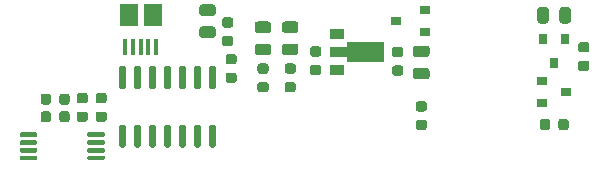
<source format=gtp>
%TF.GenerationSoftware,KiCad,Pcbnew,5.1.9-73d0e3b20d~88~ubuntu20.04.1*%
%TF.CreationDate,2021-04-22T17:18:43+01:00*%
%TF.ProjectId,hat,6861742e-6b69-4636-9164-5f7063625858,rev?*%
%TF.SameCoordinates,Original*%
%TF.FileFunction,Paste,Top*%
%TF.FilePolarity,Positive*%
%FSLAX46Y46*%
G04 Gerber Fmt 4.6, Leading zero omitted, Abs format (unit mm)*
G04 Created by KiCad (PCBNEW 5.1.9-73d0e3b20d~88~ubuntu20.04.1) date 2021-04-22 17:18:43*
%MOMM*%
%LPD*%
G01*
G04 APERTURE LIST*
%ADD10R,0.900000X0.800000*%
%ADD11R,0.800000X0.900000*%
%ADD12C,0.100000*%
%ADD13R,1.300000X0.900000*%
%ADD14R,1.500000X1.900000*%
%ADD15R,0.400000X1.350000*%
G04 APERTURE END LIST*
%TO.C,R9*%
G36*
G01*
X149006250Y-104650000D02*
X148493750Y-104650000D01*
G75*
G02*
X148275000Y-104431250I0J218750D01*
G01*
X148275000Y-103993750D01*
G75*
G02*
X148493750Y-103775000I218750J0D01*
G01*
X149006250Y-103775000D01*
G75*
G02*
X149225000Y-103993750I0J-218750D01*
G01*
X149225000Y-104431250D01*
G75*
G02*
X149006250Y-104650000I-218750J0D01*
G01*
G37*
G36*
G01*
X149006250Y-106225000D02*
X148493750Y-106225000D01*
G75*
G02*
X148275000Y-106006250I0J218750D01*
G01*
X148275000Y-105568750D01*
G75*
G02*
X148493750Y-105350000I218750J0D01*
G01*
X149006250Y-105350000D01*
G75*
G02*
X149225000Y-105568750I0J-218750D01*
G01*
X149225000Y-106006250D01*
G75*
G02*
X149006250Y-106225000I-218750J0D01*
G01*
G37*
%TD*%
%TO.C,R8*%
G36*
G01*
X118856250Y-102550000D02*
X118343750Y-102550000D01*
G75*
G02*
X118125000Y-102331250I0J218750D01*
G01*
X118125000Y-101893750D01*
G75*
G02*
X118343750Y-101675000I218750J0D01*
G01*
X118856250Y-101675000D01*
G75*
G02*
X119075000Y-101893750I0J-218750D01*
G01*
X119075000Y-102331250D01*
G75*
G02*
X118856250Y-102550000I-218750J0D01*
G01*
G37*
G36*
G01*
X118856250Y-104125000D02*
X118343750Y-104125000D01*
G75*
G02*
X118125000Y-103906250I0J218750D01*
G01*
X118125000Y-103468750D01*
G75*
G02*
X118343750Y-103250000I218750J0D01*
G01*
X118856250Y-103250000D01*
G75*
G02*
X119075000Y-103468750I0J-218750D01*
G01*
X119075000Y-103906250D01*
G75*
G02*
X118856250Y-104125000I-218750J0D01*
G01*
G37*
%TD*%
%TO.C,R1*%
G36*
G01*
X134743750Y-110350000D02*
X135256250Y-110350000D01*
G75*
G02*
X135475000Y-110568750I0J-218750D01*
G01*
X135475000Y-111006250D01*
G75*
G02*
X135256250Y-111225000I-218750J0D01*
G01*
X134743750Y-111225000D01*
G75*
G02*
X134525000Y-111006250I0J218750D01*
G01*
X134525000Y-110568750D01*
G75*
G02*
X134743750Y-110350000I218750J0D01*
G01*
G37*
G36*
G01*
X134743750Y-108775000D02*
X135256250Y-108775000D01*
G75*
G02*
X135475000Y-108993750I0J-218750D01*
G01*
X135475000Y-109431250D01*
G75*
G02*
X135256250Y-109650000I-218750J0D01*
G01*
X134743750Y-109650000D01*
G75*
G02*
X134525000Y-109431250I0J218750D01*
G01*
X134525000Y-108993750D01*
G75*
G02*
X134743750Y-108775000I218750J0D01*
G01*
G37*
%TD*%
%TO.C,D6*%
G36*
G01*
X146700000Y-101956250D02*
X146700000Y-101043750D01*
G75*
G02*
X146943750Y-100800000I243750J0D01*
G01*
X147431250Y-100800000D01*
G75*
G02*
X147675000Y-101043750I0J-243750D01*
G01*
X147675000Y-101956250D01*
G75*
G02*
X147431250Y-102200000I-243750J0D01*
G01*
X146943750Y-102200000D01*
G75*
G02*
X146700000Y-101956250I0J243750D01*
G01*
G37*
G36*
G01*
X144825000Y-101956250D02*
X144825000Y-101043750D01*
G75*
G02*
X145068750Y-100800000I243750J0D01*
G01*
X145556250Y-100800000D01*
G75*
G02*
X145800000Y-101043750I0J-243750D01*
G01*
X145800000Y-101956250D01*
G75*
G02*
X145556250Y-102200000I-243750J0D01*
G01*
X145068750Y-102200000D01*
G75*
G02*
X144825000Y-101956250I0J243750D01*
G01*
G37*
%TD*%
%TO.C,D5*%
G36*
G01*
X117356250Y-101550000D02*
X116443750Y-101550000D01*
G75*
G02*
X116200000Y-101306250I0J243750D01*
G01*
X116200000Y-100818750D01*
G75*
G02*
X116443750Y-100575000I243750J0D01*
G01*
X117356250Y-100575000D01*
G75*
G02*
X117600000Y-100818750I0J-243750D01*
G01*
X117600000Y-101306250D01*
G75*
G02*
X117356250Y-101550000I-243750J0D01*
G01*
G37*
G36*
G01*
X117356250Y-103425000D02*
X116443750Y-103425000D01*
G75*
G02*
X116200000Y-103181250I0J243750D01*
G01*
X116200000Y-102693750D01*
G75*
G02*
X116443750Y-102450000I243750J0D01*
G01*
X117356250Y-102450000D01*
G75*
G02*
X117600000Y-102693750I0J-243750D01*
G01*
X117600000Y-103181250D01*
G75*
G02*
X117356250Y-103425000I-243750J0D01*
G01*
G37*
%TD*%
%TO.C,D1*%
G36*
G01*
X135456250Y-105050000D02*
X134543750Y-105050000D01*
G75*
G02*
X134300000Y-104806250I0J243750D01*
G01*
X134300000Y-104318750D01*
G75*
G02*
X134543750Y-104075000I243750J0D01*
G01*
X135456250Y-104075000D01*
G75*
G02*
X135700000Y-104318750I0J-243750D01*
G01*
X135700000Y-104806250D01*
G75*
G02*
X135456250Y-105050000I-243750J0D01*
G01*
G37*
G36*
G01*
X135456250Y-106925000D02*
X134543750Y-106925000D01*
G75*
G02*
X134300000Y-106681250I0J243750D01*
G01*
X134300000Y-106193750D01*
G75*
G02*
X134543750Y-105950000I243750J0D01*
G01*
X135456250Y-105950000D01*
G75*
G02*
X135700000Y-106193750I0J-243750D01*
G01*
X135700000Y-106681250D01*
G75*
G02*
X135456250Y-106925000I-243750J0D01*
G01*
G37*
%TD*%
%TO.C,R7*%
G36*
G01*
X103650000Y-109843750D02*
X103650000Y-110356250D01*
G75*
G02*
X103431250Y-110575000I-218750J0D01*
G01*
X102993750Y-110575000D01*
G75*
G02*
X102775000Y-110356250I0J218750D01*
G01*
X102775000Y-109843750D01*
G75*
G02*
X102993750Y-109625000I218750J0D01*
G01*
X103431250Y-109625000D01*
G75*
G02*
X103650000Y-109843750I0J-218750D01*
G01*
G37*
G36*
G01*
X105225000Y-109843750D02*
X105225000Y-110356250D01*
G75*
G02*
X105006250Y-110575000I-218750J0D01*
G01*
X104568750Y-110575000D01*
G75*
G02*
X104350000Y-110356250I0J218750D01*
G01*
X104350000Y-109843750D01*
G75*
G02*
X104568750Y-109625000I218750J0D01*
G01*
X105006250Y-109625000D01*
G75*
G02*
X105225000Y-109843750I0J-218750D01*
G01*
G37*
%TD*%
%TO.C,R2*%
G36*
G01*
X103650000Y-108343750D02*
X103650000Y-108856250D01*
G75*
G02*
X103431250Y-109075000I-218750J0D01*
G01*
X102993750Y-109075000D01*
G75*
G02*
X102775000Y-108856250I0J218750D01*
G01*
X102775000Y-108343750D01*
G75*
G02*
X102993750Y-108125000I218750J0D01*
G01*
X103431250Y-108125000D01*
G75*
G02*
X103650000Y-108343750I0J-218750D01*
G01*
G37*
G36*
G01*
X105225000Y-108343750D02*
X105225000Y-108856250D01*
G75*
G02*
X105006250Y-109075000I-218750J0D01*
G01*
X104568750Y-109075000D01*
G75*
G02*
X104350000Y-108856250I0J218750D01*
G01*
X104350000Y-108343750D01*
G75*
G02*
X104568750Y-108125000I218750J0D01*
G01*
X105006250Y-108125000D01*
G75*
G02*
X105225000Y-108343750I0J-218750D01*
G01*
G37*
%TD*%
D10*
%TO.C,D4*%
X132900000Y-102000000D03*
X135300000Y-101050000D03*
X135300000Y-102950000D03*
%TD*%
%TO.C,C3*%
G36*
G01*
X108156250Y-108950000D02*
X107643750Y-108950000D01*
G75*
G02*
X107425000Y-108731250I0J218750D01*
G01*
X107425000Y-108293750D01*
G75*
G02*
X107643750Y-108075000I218750J0D01*
G01*
X108156250Y-108075000D01*
G75*
G02*
X108375000Y-108293750I0J-218750D01*
G01*
X108375000Y-108731250D01*
G75*
G02*
X108156250Y-108950000I-218750J0D01*
G01*
G37*
G36*
G01*
X108156250Y-110525000D02*
X107643750Y-110525000D01*
G75*
G02*
X107425000Y-110306250I0J218750D01*
G01*
X107425000Y-109868750D01*
G75*
G02*
X107643750Y-109650000I218750J0D01*
G01*
X108156250Y-109650000D01*
G75*
G02*
X108375000Y-109868750I0J-218750D01*
G01*
X108375000Y-110306250D01*
G75*
G02*
X108156250Y-110525000I-218750J0D01*
G01*
G37*
%TD*%
%TO.C,IC1*%
G36*
G01*
X106725000Y-111725000D02*
X106725000Y-111525000D01*
G75*
G02*
X106825000Y-111425000I100000J0D01*
G01*
X108100000Y-111425000D01*
G75*
G02*
X108200000Y-111525000I0J-100000D01*
G01*
X108200000Y-111725000D01*
G75*
G02*
X108100000Y-111825000I-100000J0D01*
G01*
X106825000Y-111825000D01*
G75*
G02*
X106725000Y-111725000I0J100000D01*
G01*
G37*
G36*
G01*
X106725000Y-112375000D02*
X106725000Y-112175000D01*
G75*
G02*
X106825000Y-112075000I100000J0D01*
G01*
X108100000Y-112075000D01*
G75*
G02*
X108200000Y-112175000I0J-100000D01*
G01*
X108200000Y-112375000D01*
G75*
G02*
X108100000Y-112475000I-100000J0D01*
G01*
X106825000Y-112475000D01*
G75*
G02*
X106725000Y-112375000I0J100000D01*
G01*
G37*
G36*
G01*
X106725000Y-113025000D02*
X106725000Y-112825000D01*
G75*
G02*
X106825000Y-112725000I100000J0D01*
G01*
X108100000Y-112725000D01*
G75*
G02*
X108200000Y-112825000I0J-100000D01*
G01*
X108200000Y-113025000D01*
G75*
G02*
X108100000Y-113125000I-100000J0D01*
G01*
X106825000Y-113125000D01*
G75*
G02*
X106725000Y-113025000I0J100000D01*
G01*
G37*
G36*
G01*
X106725000Y-113675000D02*
X106725000Y-113475000D01*
G75*
G02*
X106825000Y-113375000I100000J0D01*
G01*
X108100000Y-113375000D01*
G75*
G02*
X108200000Y-113475000I0J-100000D01*
G01*
X108200000Y-113675000D01*
G75*
G02*
X108100000Y-113775000I-100000J0D01*
G01*
X106825000Y-113775000D01*
G75*
G02*
X106725000Y-113675000I0J100000D01*
G01*
G37*
G36*
G01*
X101000000Y-113675000D02*
X101000000Y-113475000D01*
G75*
G02*
X101100000Y-113375000I100000J0D01*
G01*
X102375000Y-113375000D01*
G75*
G02*
X102475000Y-113475000I0J-100000D01*
G01*
X102475000Y-113675000D01*
G75*
G02*
X102375000Y-113775000I-100000J0D01*
G01*
X101100000Y-113775000D01*
G75*
G02*
X101000000Y-113675000I0J100000D01*
G01*
G37*
G36*
G01*
X101000000Y-113025000D02*
X101000000Y-112825000D01*
G75*
G02*
X101100000Y-112725000I100000J0D01*
G01*
X102375000Y-112725000D01*
G75*
G02*
X102475000Y-112825000I0J-100000D01*
G01*
X102475000Y-113025000D01*
G75*
G02*
X102375000Y-113125000I-100000J0D01*
G01*
X101100000Y-113125000D01*
G75*
G02*
X101000000Y-113025000I0J100000D01*
G01*
G37*
G36*
G01*
X101000000Y-112375000D02*
X101000000Y-112175000D01*
G75*
G02*
X101100000Y-112075000I100000J0D01*
G01*
X102375000Y-112075000D01*
G75*
G02*
X102475000Y-112175000I0J-100000D01*
G01*
X102475000Y-112375000D01*
G75*
G02*
X102375000Y-112475000I-100000J0D01*
G01*
X101100000Y-112475000D01*
G75*
G02*
X101000000Y-112375000I0J100000D01*
G01*
G37*
G36*
G01*
X101000000Y-111725000D02*
X101000000Y-111525000D01*
G75*
G02*
X101100000Y-111425000I100000J0D01*
G01*
X102375000Y-111425000D01*
G75*
G02*
X102475000Y-111525000I0J-100000D01*
G01*
X102475000Y-111725000D01*
G75*
G02*
X102375000Y-111825000I-100000J0D01*
G01*
X101100000Y-111825000D01*
G75*
G02*
X101000000Y-111725000I0J100000D01*
G01*
G37*
%TD*%
%TO.C,C4*%
G36*
G01*
X106556250Y-108950000D02*
X106043750Y-108950000D01*
G75*
G02*
X105825000Y-108731250I0J218750D01*
G01*
X105825000Y-108293750D01*
G75*
G02*
X106043750Y-108075000I218750J0D01*
G01*
X106556250Y-108075000D01*
G75*
G02*
X106775000Y-108293750I0J-218750D01*
G01*
X106775000Y-108731250D01*
G75*
G02*
X106556250Y-108950000I-218750J0D01*
G01*
G37*
G36*
G01*
X106556250Y-110525000D02*
X106043750Y-110525000D01*
G75*
G02*
X105825000Y-110306250I0J218750D01*
G01*
X105825000Y-109868750D01*
G75*
G02*
X106043750Y-109650000I218750J0D01*
G01*
X106556250Y-109650000D01*
G75*
G02*
X106775000Y-109868750I0J-218750D01*
G01*
X106775000Y-110306250D01*
G75*
G02*
X106556250Y-110525000I-218750J0D01*
G01*
G37*
%TD*%
%TO.C,R6*%
G36*
G01*
X118643750Y-106350000D02*
X119156250Y-106350000D01*
G75*
G02*
X119375000Y-106568750I0J-218750D01*
G01*
X119375000Y-107006250D01*
G75*
G02*
X119156250Y-107225000I-218750J0D01*
G01*
X118643750Y-107225000D01*
G75*
G02*
X118425000Y-107006250I0J218750D01*
G01*
X118425000Y-106568750D01*
G75*
G02*
X118643750Y-106350000I218750J0D01*
G01*
G37*
G36*
G01*
X118643750Y-104775000D02*
X119156250Y-104775000D01*
G75*
G02*
X119375000Y-104993750I0J-218750D01*
G01*
X119375000Y-105431250D01*
G75*
G02*
X119156250Y-105650000I-218750J0D01*
G01*
X118643750Y-105650000D01*
G75*
G02*
X118425000Y-105431250I0J218750D01*
G01*
X118425000Y-104993750D01*
G75*
G02*
X118643750Y-104775000I218750J0D01*
G01*
G37*
%TD*%
%TO.C,Q2*%
X147250000Y-108000000D03*
X145250000Y-108950000D03*
X145250000Y-107050000D03*
%TD*%
D11*
%TO.C,Q1*%
X146250000Y-105500000D03*
X145300000Y-103500000D03*
X147200000Y-103500000D03*
%TD*%
%TO.C,U2*%
G36*
G01*
X109840000Y-107750000D02*
X109540000Y-107750000D01*
G75*
G02*
X109390000Y-107600000I0J150000D01*
G01*
X109390000Y-105950000D01*
G75*
G02*
X109540000Y-105800000I150000J0D01*
G01*
X109840000Y-105800000D01*
G75*
G02*
X109990000Y-105950000I0J-150000D01*
G01*
X109990000Y-107600000D01*
G75*
G02*
X109840000Y-107750000I-150000J0D01*
G01*
G37*
G36*
G01*
X111110000Y-107750000D02*
X110810000Y-107750000D01*
G75*
G02*
X110660000Y-107600000I0J150000D01*
G01*
X110660000Y-105950000D01*
G75*
G02*
X110810000Y-105800000I150000J0D01*
G01*
X111110000Y-105800000D01*
G75*
G02*
X111260000Y-105950000I0J-150000D01*
G01*
X111260000Y-107600000D01*
G75*
G02*
X111110000Y-107750000I-150000J0D01*
G01*
G37*
G36*
G01*
X112380000Y-107750000D02*
X112080000Y-107750000D01*
G75*
G02*
X111930000Y-107600000I0J150000D01*
G01*
X111930000Y-105950000D01*
G75*
G02*
X112080000Y-105800000I150000J0D01*
G01*
X112380000Y-105800000D01*
G75*
G02*
X112530000Y-105950000I0J-150000D01*
G01*
X112530000Y-107600000D01*
G75*
G02*
X112380000Y-107750000I-150000J0D01*
G01*
G37*
G36*
G01*
X113650000Y-107750000D02*
X113350000Y-107750000D01*
G75*
G02*
X113200000Y-107600000I0J150000D01*
G01*
X113200000Y-105950000D01*
G75*
G02*
X113350000Y-105800000I150000J0D01*
G01*
X113650000Y-105800000D01*
G75*
G02*
X113800000Y-105950000I0J-150000D01*
G01*
X113800000Y-107600000D01*
G75*
G02*
X113650000Y-107750000I-150000J0D01*
G01*
G37*
G36*
G01*
X114920000Y-107750000D02*
X114620000Y-107750000D01*
G75*
G02*
X114470000Y-107600000I0J150000D01*
G01*
X114470000Y-105950000D01*
G75*
G02*
X114620000Y-105800000I150000J0D01*
G01*
X114920000Y-105800000D01*
G75*
G02*
X115070000Y-105950000I0J-150000D01*
G01*
X115070000Y-107600000D01*
G75*
G02*
X114920000Y-107750000I-150000J0D01*
G01*
G37*
G36*
G01*
X116190000Y-107750000D02*
X115890000Y-107750000D01*
G75*
G02*
X115740000Y-107600000I0J150000D01*
G01*
X115740000Y-105950000D01*
G75*
G02*
X115890000Y-105800000I150000J0D01*
G01*
X116190000Y-105800000D01*
G75*
G02*
X116340000Y-105950000I0J-150000D01*
G01*
X116340000Y-107600000D01*
G75*
G02*
X116190000Y-107750000I-150000J0D01*
G01*
G37*
G36*
G01*
X117460000Y-107750000D02*
X117160000Y-107750000D01*
G75*
G02*
X117010000Y-107600000I0J150000D01*
G01*
X117010000Y-105950000D01*
G75*
G02*
X117160000Y-105800000I150000J0D01*
G01*
X117460000Y-105800000D01*
G75*
G02*
X117610000Y-105950000I0J-150000D01*
G01*
X117610000Y-107600000D01*
G75*
G02*
X117460000Y-107750000I-150000J0D01*
G01*
G37*
G36*
G01*
X117460000Y-112700000D02*
X117160000Y-112700000D01*
G75*
G02*
X117010000Y-112550000I0J150000D01*
G01*
X117010000Y-110900000D01*
G75*
G02*
X117160000Y-110750000I150000J0D01*
G01*
X117460000Y-110750000D01*
G75*
G02*
X117610000Y-110900000I0J-150000D01*
G01*
X117610000Y-112550000D01*
G75*
G02*
X117460000Y-112700000I-150000J0D01*
G01*
G37*
G36*
G01*
X116190000Y-112700000D02*
X115890000Y-112700000D01*
G75*
G02*
X115740000Y-112550000I0J150000D01*
G01*
X115740000Y-110900000D01*
G75*
G02*
X115890000Y-110750000I150000J0D01*
G01*
X116190000Y-110750000D01*
G75*
G02*
X116340000Y-110900000I0J-150000D01*
G01*
X116340000Y-112550000D01*
G75*
G02*
X116190000Y-112700000I-150000J0D01*
G01*
G37*
G36*
G01*
X114920000Y-112700000D02*
X114620000Y-112700000D01*
G75*
G02*
X114470000Y-112550000I0J150000D01*
G01*
X114470000Y-110900000D01*
G75*
G02*
X114620000Y-110750000I150000J0D01*
G01*
X114920000Y-110750000D01*
G75*
G02*
X115070000Y-110900000I0J-150000D01*
G01*
X115070000Y-112550000D01*
G75*
G02*
X114920000Y-112700000I-150000J0D01*
G01*
G37*
G36*
G01*
X113650000Y-112700000D02*
X113350000Y-112700000D01*
G75*
G02*
X113200000Y-112550000I0J150000D01*
G01*
X113200000Y-110900000D01*
G75*
G02*
X113350000Y-110750000I150000J0D01*
G01*
X113650000Y-110750000D01*
G75*
G02*
X113800000Y-110900000I0J-150000D01*
G01*
X113800000Y-112550000D01*
G75*
G02*
X113650000Y-112700000I-150000J0D01*
G01*
G37*
G36*
G01*
X112380000Y-112700000D02*
X112080000Y-112700000D01*
G75*
G02*
X111930000Y-112550000I0J150000D01*
G01*
X111930000Y-110900000D01*
G75*
G02*
X112080000Y-110750000I150000J0D01*
G01*
X112380000Y-110750000D01*
G75*
G02*
X112530000Y-110900000I0J-150000D01*
G01*
X112530000Y-112550000D01*
G75*
G02*
X112380000Y-112700000I-150000J0D01*
G01*
G37*
G36*
G01*
X111110000Y-112700000D02*
X110810000Y-112700000D01*
G75*
G02*
X110660000Y-112550000I0J150000D01*
G01*
X110660000Y-110900000D01*
G75*
G02*
X110810000Y-110750000I150000J0D01*
G01*
X111110000Y-110750000D01*
G75*
G02*
X111260000Y-110900000I0J-150000D01*
G01*
X111260000Y-112550000D01*
G75*
G02*
X111110000Y-112700000I-150000J0D01*
G01*
G37*
G36*
G01*
X109840000Y-112700000D02*
X109540000Y-112700000D01*
G75*
G02*
X109390000Y-112550000I0J150000D01*
G01*
X109390000Y-110900000D01*
G75*
G02*
X109540000Y-110750000I150000J0D01*
G01*
X109840000Y-110750000D01*
G75*
G02*
X109990000Y-110900000I0J-150000D01*
G01*
X109990000Y-112550000D01*
G75*
G02*
X109840000Y-112700000I-150000J0D01*
G01*
G37*
%TD*%
D12*
%TO.C,U1*%
G36*
X131850000Y-105466500D02*
G01*
X128725000Y-105466500D01*
X128725000Y-105050000D01*
X127250000Y-105050000D01*
X127250000Y-104150000D01*
X128725000Y-104150000D01*
X128725000Y-103733500D01*
X131850000Y-103733500D01*
X131850000Y-105466500D01*
G37*
D13*
X127900000Y-106100000D03*
X127900000Y-103100000D03*
%TD*%
%TO.C,R5*%
G36*
G01*
X146600000Y-111006250D02*
X146600000Y-110493750D01*
G75*
G02*
X146818750Y-110275000I218750J0D01*
G01*
X147256250Y-110275000D01*
G75*
G02*
X147475000Y-110493750I0J-218750D01*
G01*
X147475000Y-111006250D01*
G75*
G02*
X147256250Y-111225000I-218750J0D01*
G01*
X146818750Y-111225000D01*
G75*
G02*
X146600000Y-111006250I0J218750D01*
G01*
G37*
G36*
G01*
X145025000Y-111006250D02*
X145025000Y-110493750D01*
G75*
G02*
X145243750Y-110275000I218750J0D01*
G01*
X145681250Y-110275000D01*
G75*
G02*
X145900000Y-110493750I0J-218750D01*
G01*
X145900000Y-111006250D01*
G75*
G02*
X145681250Y-111225000I-218750J0D01*
G01*
X145243750Y-111225000D01*
G75*
G02*
X145025000Y-111006250I0J218750D01*
G01*
G37*
%TD*%
%TO.C,R4*%
G36*
G01*
X123643750Y-107150000D02*
X124156250Y-107150000D01*
G75*
G02*
X124375000Y-107368750I0J-218750D01*
G01*
X124375000Y-107806250D01*
G75*
G02*
X124156250Y-108025000I-218750J0D01*
G01*
X123643750Y-108025000D01*
G75*
G02*
X123425000Y-107806250I0J218750D01*
G01*
X123425000Y-107368750D01*
G75*
G02*
X123643750Y-107150000I218750J0D01*
G01*
G37*
G36*
G01*
X123643750Y-105575000D02*
X124156250Y-105575000D01*
G75*
G02*
X124375000Y-105793750I0J-218750D01*
G01*
X124375000Y-106231250D01*
G75*
G02*
X124156250Y-106450000I-218750J0D01*
G01*
X123643750Y-106450000D01*
G75*
G02*
X123425000Y-106231250I0J218750D01*
G01*
X123425000Y-105793750D01*
G75*
G02*
X123643750Y-105575000I218750J0D01*
G01*
G37*
%TD*%
%TO.C,R3*%
G36*
G01*
X121343750Y-107150000D02*
X121856250Y-107150000D01*
G75*
G02*
X122075000Y-107368750I0J-218750D01*
G01*
X122075000Y-107806250D01*
G75*
G02*
X121856250Y-108025000I-218750J0D01*
G01*
X121343750Y-108025000D01*
G75*
G02*
X121125000Y-107806250I0J218750D01*
G01*
X121125000Y-107368750D01*
G75*
G02*
X121343750Y-107150000I218750J0D01*
G01*
G37*
G36*
G01*
X121343750Y-105575000D02*
X121856250Y-105575000D01*
G75*
G02*
X122075000Y-105793750I0J-218750D01*
G01*
X122075000Y-106231250D01*
G75*
G02*
X121856250Y-106450000I-218750J0D01*
G01*
X121343750Y-106450000D01*
G75*
G02*
X121125000Y-106231250I0J218750D01*
G01*
X121125000Y-105793750D01*
G75*
G02*
X121343750Y-105575000I218750J0D01*
G01*
G37*
%TD*%
D14*
%TO.C,J2*%
X112250000Y-101512500D03*
D15*
X111250000Y-104212500D03*
X110600000Y-104212500D03*
X109950000Y-104212500D03*
X112550000Y-104212500D03*
X111900000Y-104212500D03*
D14*
X110250000Y-101512500D03*
%TD*%
%TO.C,D3*%
G36*
G01*
X124356250Y-103000000D02*
X123443750Y-103000000D01*
G75*
G02*
X123200000Y-102756250I0J243750D01*
G01*
X123200000Y-102268750D01*
G75*
G02*
X123443750Y-102025000I243750J0D01*
G01*
X124356250Y-102025000D01*
G75*
G02*
X124600000Y-102268750I0J-243750D01*
G01*
X124600000Y-102756250D01*
G75*
G02*
X124356250Y-103000000I-243750J0D01*
G01*
G37*
G36*
G01*
X124356250Y-104875000D02*
X123443750Y-104875000D01*
G75*
G02*
X123200000Y-104631250I0J243750D01*
G01*
X123200000Y-104143750D01*
G75*
G02*
X123443750Y-103900000I243750J0D01*
G01*
X124356250Y-103900000D01*
G75*
G02*
X124600000Y-104143750I0J-243750D01*
G01*
X124600000Y-104631250D01*
G75*
G02*
X124356250Y-104875000I-243750J0D01*
G01*
G37*
%TD*%
%TO.C,D2*%
G36*
G01*
X122056250Y-103000000D02*
X121143750Y-103000000D01*
G75*
G02*
X120900000Y-102756250I0J243750D01*
G01*
X120900000Y-102268750D01*
G75*
G02*
X121143750Y-102025000I243750J0D01*
G01*
X122056250Y-102025000D01*
G75*
G02*
X122300000Y-102268750I0J-243750D01*
G01*
X122300000Y-102756250D01*
G75*
G02*
X122056250Y-103000000I-243750J0D01*
G01*
G37*
G36*
G01*
X122056250Y-104875000D02*
X121143750Y-104875000D01*
G75*
G02*
X120900000Y-104631250I0J243750D01*
G01*
X120900000Y-104143750D01*
G75*
G02*
X121143750Y-103900000I243750J0D01*
G01*
X122056250Y-103900000D01*
G75*
G02*
X122300000Y-104143750I0J-243750D01*
G01*
X122300000Y-104631250D01*
G75*
G02*
X122056250Y-104875000I-243750J0D01*
G01*
G37*
%TD*%
%TO.C,C2*%
G36*
G01*
X126306250Y-105000000D02*
X125793750Y-105000000D01*
G75*
G02*
X125575000Y-104781250I0J218750D01*
G01*
X125575000Y-104343750D01*
G75*
G02*
X125793750Y-104125000I218750J0D01*
G01*
X126306250Y-104125000D01*
G75*
G02*
X126525000Y-104343750I0J-218750D01*
G01*
X126525000Y-104781250D01*
G75*
G02*
X126306250Y-105000000I-218750J0D01*
G01*
G37*
G36*
G01*
X126306250Y-106575000D02*
X125793750Y-106575000D01*
G75*
G02*
X125575000Y-106356250I0J218750D01*
G01*
X125575000Y-105918750D01*
G75*
G02*
X125793750Y-105700000I218750J0D01*
G01*
X126306250Y-105700000D01*
G75*
G02*
X126525000Y-105918750I0J-218750D01*
G01*
X126525000Y-106356250D01*
G75*
G02*
X126306250Y-106575000I-218750J0D01*
G01*
G37*
%TD*%
%TO.C,C1*%
G36*
G01*
X132743750Y-105750000D02*
X133256250Y-105750000D01*
G75*
G02*
X133475000Y-105968750I0J-218750D01*
G01*
X133475000Y-106406250D01*
G75*
G02*
X133256250Y-106625000I-218750J0D01*
G01*
X132743750Y-106625000D01*
G75*
G02*
X132525000Y-106406250I0J218750D01*
G01*
X132525000Y-105968750D01*
G75*
G02*
X132743750Y-105750000I218750J0D01*
G01*
G37*
G36*
G01*
X132743750Y-104175000D02*
X133256250Y-104175000D01*
G75*
G02*
X133475000Y-104393750I0J-218750D01*
G01*
X133475000Y-104831250D01*
G75*
G02*
X133256250Y-105050000I-218750J0D01*
G01*
X132743750Y-105050000D01*
G75*
G02*
X132525000Y-104831250I0J218750D01*
G01*
X132525000Y-104393750D01*
G75*
G02*
X132743750Y-104175000I218750J0D01*
G01*
G37*
%TD*%
M02*

</source>
